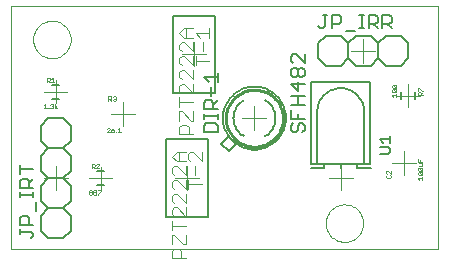
<source format=gto>
G75*
%MOIN*%
%OFA0B0*%
%FSLAX24Y24*%
%IPPOS*%
%LPD*%
%AMOC8*
5,1,8,0,0,1.08239X$1,22.5*
%
%ADD10C,0.0000*%
%ADD11C,0.0060*%
%ADD12C,0.0100*%
%ADD13C,0.0050*%
%ADD14C,0.0080*%
%ADD15C,0.0040*%
%ADD16C,0.0070*%
%ADD17C,0.0010*%
D10*
X000100Y000318D02*
X000100Y008439D01*
X014345Y008439D01*
X014345Y000318D01*
X000100Y000318D01*
X001600Y002293D02*
X001600Y003093D01*
X001200Y002693D02*
X002000Y002693D01*
X002716Y002693D02*
X003484Y002693D01*
X003100Y002309D02*
X003100Y003077D01*
X003850Y004418D02*
X003850Y005218D01*
X003450Y004818D02*
X004250Y004818D01*
X001984Y005568D02*
X001216Y005568D01*
X001600Y005184D02*
X001600Y005952D01*
X000850Y007318D02*
X000852Y007368D01*
X000858Y007417D01*
X000868Y007466D01*
X000881Y007513D01*
X000899Y007560D01*
X000920Y007605D01*
X000944Y007648D01*
X000972Y007689D01*
X001003Y007728D01*
X001037Y007764D01*
X001074Y007798D01*
X001114Y007828D01*
X001155Y007855D01*
X001199Y007879D01*
X001244Y007899D01*
X001291Y007915D01*
X001339Y007928D01*
X001388Y007937D01*
X001438Y007942D01*
X001487Y007943D01*
X001537Y007940D01*
X001586Y007933D01*
X001635Y007922D01*
X001682Y007908D01*
X001728Y007889D01*
X001773Y007867D01*
X001816Y007842D01*
X001856Y007813D01*
X001894Y007781D01*
X001930Y007747D01*
X001963Y007709D01*
X001992Y007669D01*
X002018Y007627D01*
X002041Y007583D01*
X002060Y007537D01*
X002076Y007490D01*
X002088Y007441D01*
X002096Y007392D01*
X002100Y007343D01*
X002100Y007293D01*
X002096Y007244D01*
X002088Y007195D01*
X002076Y007146D01*
X002060Y007099D01*
X002041Y007053D01*
X002018Y007009D01*
X001992Y006967D01*
X001963Y006927D01*
X001930Y006889D01*
X001894Y006855D01*
X001856Y006823D01*
X001816Y006794D01*
X001773Y006769D01*
X001728Y006747D01*
X001682Y006728D01*
X001635Y006714D01*
X001586Y006703D01*
X001537Y006696D01*
X001487Y006693D01*
X001438Y006694D01*
X001388Y006699D01*
X001339Y006708D01*
X001291Y006721D01*
X001244Y006737D01*
X001199Y006757D01*
X001155Y006781D01*
X001114Y006808D01*
X001074Y006838D01*
X001037Y006872D01*
X001003Y006908D01*
X000972Y006947D01*
X000944Y006988D01*
X000920Y007031D01*
X000899Y007076D01*
X000881Y007123D01*
X000868Y007170D01*
X000858Y007219D01*
X000852Y007268D01*
X000850Y007318D01*
X005825Y006818D02*
X006625Y006818D01*
X006225Y006418D02*
X006225Y007218D01*
X008225Y005093D02*
X008225Y004293D01*
X007825Y004693D02*
X008625Y004693D01*
X011100Y003093D02*
X011100Y002293D01*
X010700Y002693D02*
X011500Y002693D01*
X012825Y003193D02*
X013625Y003193D01*
X013225Y002793D02*
X013225Y003593D01*
X013350Y005059D02*
X013350Y005827D01*
X012966Y005443D02*
X013734Y005443D01*
X011850Y006543D02*
X011850Y007343D01*
X011450Y006943D02*
X012250Y006943D01*
X005975Y003093D02*
X005975Y002293D01*
X005575Y002693D02*
X006375Y002693D01*
X010600Y001193D02*
X010602Y001243D01*
X010608Y001292D01*
X010618Y001341D01*
X010631Y001388D01*
X010649Y001435D01*
X010670Y001480D01*
X010694Y001523D01*
X010722Y001564D01*
X010753Y001603D01*
X010787Y001639D01*
X010824Y001673D01*
X010864Y001703D01*
X010905Y001730D01*
X010949Y001754D01*
X010994Y001774D01*
X011041Y001790D01*
X011089Y001803D01*
X011138Y001812D01*
X011188Y001817D01*
X011237Y001818D01*
X011287Y001815D01*
X011336Y001808D01*
X011385Y001797D01*
X011432Y001783D01*
X011478Y001764D01*
X011523Y001742D01*
X011566Y001717D01*
X011606Y001688D01*
X011644Y001656D01*
X011680Y001622D01*
X011713Y001584D01*
X011742Y001544D01*
X011768Y001502D01*
X011791Y001458D01*
X011810Y001412D01*
X011826Y001365D01*
X011838Y001316D01*
X011846Y001267D01*
X011850Y001218D01*
X011850Y001168D01*
X011846Y001119D01*
X011838Y001070D01*
X011826Y001021D01*
X011810Y000974D01*
X011791Y000928D01*
X011768Y000884D01*
X011742Y000842D01*
X011713Y000802D01*
X011680Y000764D01*
X011644Y000730D01*
X011606Y000698D01*
X011566Y000669D01*
X011523Y000644D01*
X011478Y000622D01*
X011432Y000603D01*
X011385Y000589D01*
X011336Y000578D01*
X011287Y000571D01*
X011237Y000568D01*
X011188Y000569D01*
X011138Y000574D01*
X011089Y000583D01*
X011041Y000596D01*
X010994Y000612D01*
X010949Y000632D01*
X010905Y000656D01*
X010864Y000683D01*
X010824Y000713D01*
X010787Y000747D01*
X010753Y000783D01*
X010722Y000822D01*
X010694Y000863D01*
X010670Y000906D01*
X010649Y000951D01*
X010631Y000998D01*
X010618Y001045D01*
X010608Y001094D01*
X010602Y001143D01*
X010600Y001193D01*
D11*
X007625Y003843D02*
X007375Y003593D01*
X007125Y003843D01*
X007375Y004093D01*
X008578Y004088D02*
X008622Y004116D01*
X008664Y004147D01*
X008703Y004182D01*
X008740Y004219D01*
X008774Y004258D01*
X008804Y004300D01*
X008832Y004344D01*
X008856Y004390D01*
X008877Y004438D01*
X008894Y004488D01*
X008908Y004538D01*
X008917Y004589D01*
X008923Y004641D01*
X008925Y004693D01*
X007175Y004693D02*
X007177Y004758D01*
X007183Y004822D01*
X007193Y004886D01*
X007207Y004949D01*
X007224Y005011D01*
X007246Y005072D01*
X007271Y005132D01*
X007300Y005190D01*
X007332Y005246D01*
X007368Y005300D01*
X007407Y005351D01*
X007449Y005400D01*
X007494Y005447D01*
X007542Y005490D01*
X007592Y005531D01*
X007645Y005568D01*
X007700Y005602D01*
X007757Y005633D01*
X007816Y005660D01*
X007876Y005683D01*
X007938Y005703D01*
X008000Y005719D01*
X008064Y005731D01*
X008128Y005739D01*
X008193Y005743D01*
X008257Y005743D01*
X008322Y005739D01*
X008386Y005731D01*
X008450Y005719D01*
X008512Y005703D01*
X008574Y005683D01*
X008634Y005660D01*
X008693Y005633D01*
X008750Y005602D01*
X008805Y005568D01*
X008858Y005531D01*
X008908Y005490D01*
X008956Y005447D01*
X009001Y005400D01*
X009043Y005351D01*
X009082Y005300D01*
X009118Y005246D01*
X009150Y005190D01*
X009179Y005132D01*
X009204Y005072D01*
X009226Y005011D01*
X009243Y004949D01*
X009257Y004886D01*
X009267Y004822D01*
X009273Y004758D01*
X009275Y004693D01*
X009273Y004628D01*
X009267Y004564D01*
X009257Y004500D01*
X009243Y004437D01*
X009226Y004375D01*
X009204Y004314D01*
X009179Y004254D01*
X009150Y004196D01*
X009118Y004140D01*
X009082Y004086D01*
X009043Y004035D01*
X009001Y003986D01*
X008956Y003939D01*
X008908Y003896D01*
X008858Y003855D01*
X008805Y003818D01*
X008750Y003784D01*
X008693Y003753D01*
X008634Y003726D01*
X008574Y003703D01*
X008512Y003683D01*
X008450Y003667D01*
X008386Y003655D01*
X008322Y003647D01*
X008257Y003643D01*
X008193Y003643D01*
X008128Y003647D01*
X008064Y003655D01*
X008000Y003667D01*
X007938Y003683D01*
X007876Y003703D01*
X007816Y003726D01*
X007757Y003753D01*
X007700Y003784D01*
X007645Y003818D01*
X007592Y003855D01*
X007542Y003896D01*
X007494Y003939D01*
X007449Y003986D01*
X007407Y004035D01*
X007368Y004086D01*
X007332Y004140D01*
X007300Y004196D01*
X007271Y004254D01*
X007246Y004314D01*
X007224Y004375D01*
X007207Y004437D01*
X007193Y004500D01*
X007183Y004564D01*
X007177Y004628D01*
X007175Y004693D01*
X008578Y005298D02*
X008622Y005270D01*
X008664Y005239D01*
X008703Y005204D01*
X008740Y005167D01*
X008774Y005128D01*
X008804Y005086D01*
X008832Y005042D01*
X008856Y004996D01*
X008877Y004948D01*
X008894Y004898D01*
X008908Y004848D01*
X008917Y004797D01*
X008923Y004745D01*
X008925Y004693D01*
X007872Y004088D02*
X007828Y004116D01*
X007786Y004147D01*
X007747Y004182D01*
X007710Y004219D01*
X007676Y004258D01*
X007646Y004300D01*
X007618Y004344D01*
X007594Y004390D01*
X007573Y004438D01*
X007556Y004488D01*
X007542Y004538D01*
X007533Y004589D01*
X007527Y004641D01*
X007525Y004693D01*
X007527Y004745D01*
X007533Y004797D01*
X007542Y004848D01*
X007556Y004898D01*
X007573Y004948D01*
X007594Y004996D01*
X007618Y005042D01*
X007646Y005086D01*
X007676Y005128D01*
X007710Y005167D01*
X007747Y005204D01*
X007786Y005239D01*
X007828Y005270D01*
X007872Y005298D01*
X010350Y006693D02*
X010600Y006443D01*
X011100Y006443D01*
X011350Y006693D01*
X011600Y006443D01*
X012100Y006443D01*
X012350Y006693D01*
X012600Y006443D01*
X013100Y006443D01*
X013350Y006693D01*
X013350Y007193D01*
X013100Y007443D01*
X012600Y007443D01*
X012350Y007193D01*
X012350Y006693D01*
X012350Y007193D02*
X012100Y007443D01*
X011600Y007443D01*
X011350Y007193D01*
X011350Y006693D01*
X011350Y007193D02*
X011100Y007443D01*
X010600Y007443D01*
X010350Y007193D01*
X010350Y006693D01*
X013114Y005561D02*
X013114Y005325D01*
X013586Y005325D02*
X013586Y005561D01*
X003218Y002929D02*
X002982Y002929D01*
X002982Y002457D02*
X003218Y002457D01*
X002100Y002443D02*
X002100Y001943D01*
X001850Y001693D01*
X002100Y001443D01*
X002100Y000943D01*
X001850Y000693D01*
X001350Y000693D01*
X001100Y000943D01*
X001100Y001443D01*
X001350Y001693D01*
X001100Y001943D01*
X001100Y002443D01*
X001350Y002693D01*
X001850Y002693D01*
X002100Y002443D01*
X001850Y002693D02*
X002100Y002943D01*
X002100Y003443D01*
X001850Y003693D01*
X002100Y003943D01*
X002100Y004443D01*
X001850Y004693D01*
X001350Y004693D01*
X001100Y004443D01*
X001100Y003943D01*
X001350Y003693D01*
X001850Y003693D01*
X001350Y003693D02*
X001100Y003443D01*
X001100Y002943D01*
X001350Y002693D01*
X001350Y001693D02*
X001850Y001693D01*
X001718Y005332D02*
X001482Y005332D01*
X001482Y005804D02*
X001718Y005804D01*
D12*
X007275Y004693D02*
X007277Y004754D01*
X007283Y004816D01*
X007293Y004876D01*
X007307Y004936D01*
X007324Y004995D01*
X007346Y005053D01*
X007371Y005109D01*
X007400Y005164D01*
X007432Y005216D01*
X007467Y005266D01*
X007506Y005314D01*
X007548Y005359D01*
X007592Y005402D01*
X007640Y005441D01*
X007689Y005478D01*
X007741Y005511D01*
X007795Y005540D01*
X007851Y005566D01*
X007908Y005589D01*
X007967Y005607D01*
X008026Y005622D01*
X008087Y005633D01*
X008148Y005640D01*
X008210Y005643D01*
X008271Y005642D01*
X008332Y005637D01*
X008393Y005628D01*
X008453Y005615D01*
X008513Y005598D01*
X008571Y005578D01*
X008627Y005554D01*
X008682Y005526D01*
X008735Y005494D01*
X008786Y005460D01*
X008834Y005422D01*
X008880Y005381D01*
X008923Y005337D01*
X008964Y005290D01*
X009001Y005241D01*
X009035Y005190D01*
X009065Y005137D01*
X009092Y005081D01*
X009115Y005024D01*
X009135Y004966D01*
X009151Y004907D01*
X009163Y004846D01*
X009171Y004785D01*
X009175Y004724D01*
X009175Y004662D01*
X009171Y004601D01*
X009163Y004540D01*
X009151Y004479D01*
X009135Y004420D01*
X009115Y004362D01*
X009092Y004305D01*
X009065Y004249D01*
X009035Y004196D01*
X009001Y004145D01*
X008964Y004096D01*
X008923Y004049D01*
X008880Y004005D01*
X008834Y003964D01*
X008786Y003926D01*
X008735Y003892D01*
X008682Y003860D01*
X008627Y003832D01*
X008571Y003808D01*
X008513Y003788D01*
X008453Y003771D01*
X008393Y003758D01*
X008332Y003749D01*
X008271Y003744D01*
X008210Y003743D01*
X008148Y003746D01*
X008087Y003753D01*
X008026Y003764D01*
X007967Y003779D01*
X007908Y003797D01*
X007851Y003820D01*
X007795Y003846D01*
X007741Y003875D01*
X007689Y003908D01*
X007640Y003945D01*
X007592Y003984D01*
X007548Y004027D01*
X007506Y004072D01*
X007467Y004120D01*
X007432Y004170D01*
X007400Y004222D01*
X007371Y004277D01*
X007346Y004333D01*
X007324Y004391D01*
X007307Y004450D01*
X007293Y004510D01*
X007283Y004570D01*
X007277Y004632D01*
X007275Y004693D01*
D13*
X007000Y004678D02*
X007000Y004828D01*
X007000Y004753D02*
X006550Y004753D01*
X006550Y004678D02*
X006550Y004828D01*
X006550Y004985D02*
X006550Y005210D01*
X006625Y005286D01*
X006775Y005286D01*
X006850Y005210D01*
X006850Y004985D01*
X007000Y004985D02*
X006550Y004985D01*
X006850Y005135D02*
X007000Y005286D01*
X006775Y005446D02*
X006775Y005746D01*
X006700Y005906D02*
X006550Y006056D01*
X007000Y006056D01*
X007000Y005906D02*
X007000Y006206D01*
X009450Y006135D02*
X009525Y006060D01*
X009600Y006060D01*
X009675Y006135D01*
X009675Y006285D01*
X009750Y006360D01*
X009825Y006360D01*
X009900Y006285D01*
X009900Y006135D01*
X009825Y006060D01*
X009750Y006060D01*
X009675Y006135D01*
X009450Y006135D02*
X009450Y006285D01*
X009525Y006360D01*
X009600Y006360D01*
X009675Y006285D01*
X009525Y006520D02*
X009450Y006595D01*
X009450Y006745D01*
X009525Y006820D01*
X009600Y006820D01*
X009900Y006520D01*
X009900Y006820D01*
X009675Y005899D02*
X009675Y005599D01*
X009450Y005824D01*
X009900Y005824D01*
X009900Y005439D02*
X009450Y005439D01*
X009675Y005439D02*
X009675Y005139D01*
X009900Y005139D02*
X009450Y005139D01*
X009450Y004979D02*
X009450Y004678D01*
X009900Y004678D01*
X009825Y004518D02*
X009750Y004518D01*
X009675Y004443D01*
X009675Y004293D01*
X009600Y004218D01*
X009525Y004218D01*
X009450Y004293D01*
X009450Y004443D01*
X009525Y004518D01*
X009675Y004678D02*
X009675Y004828D01*
X009825Y004518D02*
X009900Y004443D01*
X009900Y004293D01*
X009825Y004218D01*
X007000Y004218D02*
X007000Y004443D01*
X006925Y004518D01*
X006625Y004518D01*
X006550Y004443D01*
X006550Y004218D01*
X007000Y004218D01*
X011266Y007613D02*
X011566Y007613D01*
X011726Y007688D02*
X011876Y007688D01*
X011801Y007688D02*
X011801Y008138D01*
X011726Y008138D02*
X011876Y008138D01*
X012033Y008138D02*
X012258Y008138D01*
X012333Y008063D01*
X012333Y007913D01*
X012258Y007838D01*
X012033Y007838D01*
X012033Y007688D02*
X012033Y008138D01*
X012493Y008138D02*
X012719Y008138D01*
X012794Y008063D01*
X012794Y007913D01*
X012719Y007838D01*
X012493Y007838D01*
X012493Y007688D02*
X012493Y008138D01*
X012644Y007838D02*
X012794Y007688D01*
X012333Y007688D02*
X012183Y007838D01*
X011106Y007913D02*
X011031Y007838D01*
X010805Y007838D01*
X010805Y007688D02*
X010805Y008138D01*
X011031Y008138D01*
X011106Y008063D01*
X011106Y007913D01*
X010645Y008138D02*
X010495Y008138D01*
X010570Y008138D02*
X010570Y007763D01*
X010495Y007688D01*
X010420Y007688D01*
X010345Y007763D01*
X000855Y002987D02*
X000405Y002987D01*
X000405Y003137D02*
X000405Y002836D01*
X000480Y002676D02*
X000630Y002676D01*
X000705Y002601D01*
X000705Y002376D01*
X000855Y002376D02*
X000405Y002376D01*
X000405Y002601D01*
X000480Y002676D01*
X000705Y002526D02*
X000855Y002676D01*
X000855Y002219D02*
X000855Y002069D01*
X000855Y002144D02*
X000405Y002144D01*
X000405Y002069D02*
X000405Y002219D01*
X000930Y001909D02*
X000930Y001609D01*
X000705Y001374D02*
X000705Y001148D01*
X000855Y001148D02*
X000405Y001148D01*
X000405Y001374D01*
X000480Y001449D01*
X000630Y001449D01*
X000705Y001374D01*
X000405Y000988D02*
X000405Y000838D01*
X000405Y000913D02*
X000780Y000913D01*
X000855Y000838D01*
X000855Y000763D01*
X000780Y000688D01*
D14*
X005275Y001403D02*
X005275Y003983D01*
X006675Y003983D01*
X006675Y001403D01*
X005275Y001403D01*
X005525Y005528D02*
X005525Y008108D01*
X006925Y008108D01*
X006925Y005528D01*
X005525Y005528D01*
D15*
X005725Y005613D02*
X005801Y005536D01*
X005725Y005613D02*
X005725Y005766D01*
X005801Y005843D01*
X005878Y005843D01*
X006185Y005536D01*
X006185Y005843D01*
X006185Y005996D02*
X005878Y006303D01*
X005801Y006303D01*
X005725Y006227D01*
X005725Y006073D01*
X005801Y005996D01*
X006185Y005996D02*
X006185Y006303D01*
X006185Y006457D02*
X005878Y006764D01*
X005801Y006764D01*
X005725Y006687D01*
X005725Y006533D01*
X005801Y006457D01*
X006185Y006457D02*
X006185Y006764D01*
X006265Y006764D02*
X006265Y006457D01*
X006265Y006610D02*
X006725Y006610D01*
X006495Y006917D02*
X006495Y007224D01*
X006418Y007378D02*
X006265Y007531D01*
X006725Y007531D01*
X006725Y007378D02*
X006725Y007684D01*
X006185Y007684D02*
X005878Y007684D01*
X005725Y007531D01*
X005878Y007378D01*
X006185Y007378D01*
X005955Y007378D02*
X005955Y007684D01*
X005878Y007224D02*
X005801Y007224D01*
X005725Y007147D01*
X005725Y006994D01*
X005801Y006917D01*
X005878Y007224D02*
X006185Y006917D01*
X006185Y007224D01*
X005725Y005383D02*
X005725Y005076D01*
X005725Y005229D02*
X006185Y005229D01*
X006185Y004922D02*
X006185Y004615D01*
X006108Y004615D01*
X005801Y004922D01*
X005725Y004922D01*
X005725Y004615D01*
X005801Y004462D02*
X005955Y004462D01*
X006032Y004385D01*
X006032Y004155D01*
X006185Y004155D02*
X005725Y004155D01*
X005725Y004385D01*
X005801Y004462D01*
X005705Y003559D02*
X005705Y003253D01*
X005628Y003253D02*
X005475Y003406D01*
X005628Y003559D01*
X005935Y003559D01*
X006015Y003483D02*
X006015Y003329D01*
X006091Y003253D01*
X005935Y003253D02*
X005628Y003253D01*
X005628Y003099D02*
X005551Y003099D01*
X005475Y003022D01*
X005475Y002869D01*
X005551Y002792D01*
X005551Y002639D02*
X005475Y002562D01*
X005475Y002408D01*
X005551Y002332D01*
X005551Y002178D02*
X005475Y002102D01*
X005475Y001948D01*
X005551Y001871D01*
X005551Y001718D02*
X005475Y001641D01*
X005475Y001488D01*
X005551Y001411D01*
X005475Y001258D02*
X005475Y000951D01*
X005475Y001104D02*
X005935Y001104D01*
X005935Y000797D02*
X005935Y000490D01*
X005858Y000490D01*
X005551Y000797D01*
X005475Y000797D01*
X005475Y000490D01*
X005551Y000337D02*
X005475Y000260D01*
X005475Y000030D01*
X005935Y000030D01*
X005782Y000030D02*
X005782Y000260D01*
X005705Y000337D01*
X005551Y000337D01*
X005935Y001411D02*
X005628Y001718D01*
X005551Y001718D01*
X005935Y001718D02*
X005935Y001411D01*
X005935Y001871D02*
X005628Y002178D01*
X005551Y002178D01*
X005935Y002178D02*
X005935Y001871D01*
X005935Y002332D02*
X005628Y002639D01*
X005551Y002639D01*
X005935Y002639D02*
X005935Y002332D01*
X006015Y002332D02*
X006015Y002639D01*
X006015Y002485D02*
X006475Y002485D01*
X006245Y002792D02*
X006245Y003099D01*
X006475Y003253D02*
X006168Y003559D01*
X006091Y003559D01*
X006015Y003483D01*
X006475Y003559D02*
X006475Y003253D01*
X005935Y003099D02*
X005935Y002792D01*
X005628Y003099D01*
D16*
X010100Y003043D02*
X010550Y003043D01*
X010550Y003143D01*
X010320Y003173D02*
X010320Y004913D01*
X011100Y005693D02*
X011156Y005691D01*
X011211Y005685D01*
X011266Y005675D01*
X011320Y005661D01*
X011373Y005644D01*
X011424Y005623D01*
X011474Y005598D01*
X011522Y005569D01*
X011567Y005537D01*
X011611Y005502D01*
X011652Y005465D01*
X011689Y005424D01*
X011724Y005380D01*
X011756Y005335D01*
X011785Y005287D01*
X011810Y005237D01*
X011831Y005186D01*
X011848Y005133D01*
X011862Y005079D01*
X011872Y005024D01*
X011878Y004969D01*
X011880Y004913D01*
X011880Y003173D01*
X010320Y003173D01*
X010120Y003173D01*
X010120Y005903D01*
X012080Y005903D01*
X012080Y003173D01*
X011880Y003173D01*
X011650Y003143D02*
X011650Y003043D01*
X012100Y003043D01*
X012415Y003508D02*
X012690Y003508D01*
X012745Y003563D01*
X012745Y003673D01*
X012690Y003728D01*
X012415Y003728D01*
X012525Y003876D02*
X012415Y003986D01*
X012745Y003986D01*
X012745Y003876D02*
X012745Y004096D01*
X011100Y005693D02*
X011044Y005691D01*
X010989Y005685D01*
X010934Y005675D01*
X010880Y005661D01*
X010827Y005644D01*
X010776Y005623D01*
X010726Y005598D01*
X010678Y005569D01*
X010633Y005537D01*
X010589Y005502D01*
X010548Y005465D01*
X010511Y005424D01*
X010476Y005380D01*
X010444Y005335D01*
X010415Y005287D01*
X010390Y005237D01*
X010369Y005186D01*
X010352Y005133D01*
X010338Y005079D01*
X010328Y005024D01*
X010322Y004969D01*
X010320Y004913D01*
X011100Y003143D02*
X011100Y003043D01*
D17*
X012620Y002920D02*
X012620Y002870D01*
X012645Y002845D01*
X012645Y002798D02*
X012620Y002773D01*
X012620Y002723D01*
X012645Y002698D01*
X012745Y002698D01*
X012770Y002723D01*
X012770Y002773D01*
X012745Y002798D01*
X012770Y002845D02*
X012670Y002945D01*
X012645Y002945D01*
X012620Y002920D01*
X012770Y002945D02*
X012770Y002845D01*
X013670Y002820D02*
X013695Y002795D01*
X013795Y002795D01*
X013695Y002895D01*
X013795Y002895D01*
X013820Y002870D01*
X013820Y002820D01*
X013795Y002795D01*
X013820Y002748D02*
X013820Y002648D01*
X013820Y002698D02*
X013670Y002698D01*
X013720Y002648D01*
X013670Y002820D02*
X013670Y002870D01*
X013695Y002895D01*
X013695Y002943D02*
X013670Y002968D01*
X013670Y003018D01*
X013695Y003043D01*
X013795Y002943D01*
X013820Y002968D01*
X013820Y003018D01*
X013795Y003043D01*
X013695Y003043D01*
X013720Y003090D02*
X013795Y003090D01*
X013820Y003115D01*
X013820Y003190D01*
X013720Y003190D01*
X013745Y003237D02*
X013745Y003287D01*
X013820Y003237D02*
X013670Y003237D01*
X013670Y003337D01*
X013695Y002943D02*
X013795Y002943D01*
X013780Y005453D02*
X013780Y005528D01*
X013755Y005553D01*
X013705Y005553D01*
X013680Y005528D01*
X013680Y005453D01*
X013830Y005453D01*
X013780Y005503D02*
X013830Y005553D01*
X013830Y005601D02*
X013805Y005601D01*
X013705Y005701D01*
X013680Y005701D01*
X013680Y005601D01*
X012955Y005578D02*
X012930Y005553D01*
X012830Y005653D01*
X012930Y005653D01*
X012955Y005628D01*
X012955Y005578D01*
X012930Y005553D02*
X012830Y005553D01*
X012805Y005578D01*
X012805Y005628D01*
X012830Y005653D01*
X012830Y005701D02*
X012805Y005726D01*
X012805Y005776D01*
X012830Y005801D01*
X012930Y005701D01*
X012955Y005726D01*
X012955Y005776D01*
X012930Y005801D01*
X012830Y005801D01*
X012830Y005701D02*
X012930Y005701D01*
X012955Y005506D02*
X012955Y005406D01*
X012955Y005456D02*
X012805Y005456D01*
X012855Y005406D01*
X003773Y004223D02*
X003673Y004223D01*
X003625Y004223D02*
X003600Y004223D01*
X003600Y004248D01*
X003625Y004248D01*
X003625Y004223D01*
X003552Y004248D02*
X003552Y004273D01*
X003527Y004298D01*
X003452Y004298D01*
X003452Y004248D01*
X003477Y004223D01*
X003527Y004223D01*
X003552Y004248D01*
X003502Y004348D02*
X003452Y004298D01*
X003405Y004323D02*
X003405Y004348D01*
X003380Y004373D01*
X003330Y004373D01*
X003305Y004348D01*
X003405Y004323D02*
X003305Y004223D01*
X003405Y004223D01*
X003502Y004348D02*
X003552Y004373D01*
X003673Y004323D02*
X003723Y004373D01*
X003723Y004223D01*
X003577Y005273D02*
X003527Y005273D01*
X003502Y005298D01*
X003455Y005273D02*
X003405Y005323D01*
X003430Y005323D02*
X003355Y005323D01*
X003355Y005273D02*
X003355Y005423D01*
X003430Y005423D01*
X003455Y005398D01*
X003455Y005348D01*
X003430Y005323D01*
X003502Y005398D02*
X003527Y005423D01*
X003577Y005423D01*
X003602Y005398D01*
X003602Y005373D01*
X003577Y005348D01*
X003602Y005323D01*
X003602Y005298D01*
X003577Y005273D01*
X003577Y005348D02*
X003552Y005348D01*
X001648Y005123D02*
X001573Y005073D01*
X001648Y005023D01*
X001573Y005023D02*
X001573Y005173D01*
X001526Y005148D02*
X001526Y005123D01*
X001501Y005098D01*
X001526Y005073D01*
X001526Y005048D01*
X001501Y005023D01*
X001451Y005023D01*
X001426Y005048D01*
X001377Y005048D02*
X001377Y005023D01*
X001352Y005023D01*
X001352Y005048D01*
X001377Y005048D01*
X001305Y005023D02*
X001205Y005023D01*
X001255Y005023D02*
X001255Y005173D01*
X001205Y005123D01*
X001426Y005148D02*
X001451Y005173D01*
X001501Y005173D01*
X001526Y005148D01*
X001501Y005098D02*
X001476Y005098D01*
X001452Y005898D02*
X001552Y005898D01*
X001502Y005898D02*
X001502Y006048D01*
X001452Y005998D01*
X001405Y005973D02*
X001380Y005948D01*
X001305Y005948D01*
X001355Y005948D02*
X001405Y005898D01*
X001405Y005973D02*
X001405Y006023D01*
X001380Y006048D01*
X001305Y006048D01*
X001305Y005898D01*
X002805Y003173D02*
X002880Y003173D01*
X002905Y003148D01*
X002905Y003098D01*
X002880Y003073D01*
X002805Y003073D01*
X002855Y003073D02*
X002905Y003023D01*
X002952Y003023D02*
X003052Y003123D01*
X003052Y003148D01*
X003027Y003173D01*
X002977Y003173D01*
X002952Y003148D01*
X002952Y003023D02*
X003052Y003023D01*
X002805Y003023D02*
X002805Y003173D01*
X002780Y002298D02*
X002730Y002298D01*
X002705Y002273D01*
X002705Y002248D01*
X002730Y002223D01*
X002780Y002223D01*
X002805Y002198D01*
X002805Y002173D01*
X002780Y002148D01*
X002730Y002148D01*
X002705Y002173D01*
X002705Y002198D01*
X002730Y002223D01*
X002780Y002223D02*
X002805Y002248D01*
X002805Y002273D01*
X002780Y002298D01*
X002852Y002273D02*
X002852Y002248D01*
X002877Y002223D01*
X002927Y002223D01*
X002952Y002198D01*
X002952Y002173D01*
X002927Y002148D01*
X002877Y002148D01*
X002852Y002173D01*
X002852Y002198D01*
X002877Y002223D01*
X002927Y002223D02*
X002952Y002248D01*
X002952Y002273D01*
X002927Y002298D01*
X002877Y002298D01*
X002852Y002273D01*
X003000Y002298D02*
X003100Y002298D01*
X003100Y002273D01*
X003000Y002173D01*
X003000Y002148D01*
M02*

</source>
